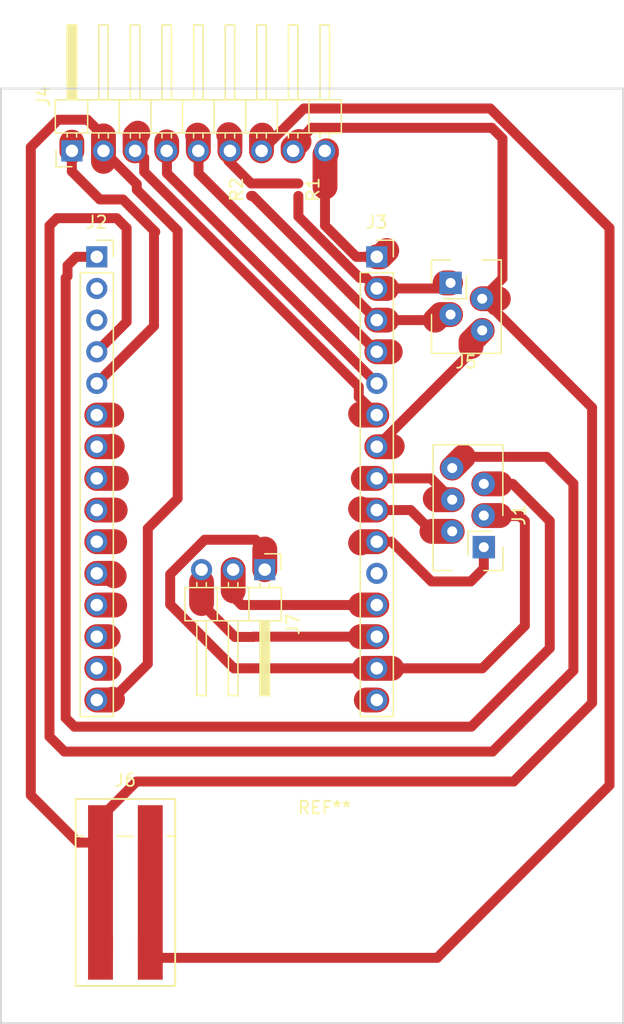
<source format=kicad_pcb>
(kicad_pcb (version 20171130) (host pcbnew 5.0.2-bee76a0~70~ubuntu18.04.1)

  (general
    (thickness 1.6)
    (drawings 4)
    (tracks 189)
    (zones 0)
    (modules 10)
    (nets 25)
  )

  (page A4)
  (layers
    (0 F.Cu signal)
    (31 B.Cu signal)
    (32 B.Adhes user)
    (33 F.Adhes user)
    (34 B.Paste user)
    (35 F.Paste user)
    (36 B.SilkS user)
    (37 F.SilkS user)
    (38 B.Mask user)
    (39 F.Mask user)
    (40 Dwgs.User user)
    (41 Cmts.User user)
    (42 Eco1.User user)
    (43 Eco2.User user)
    (44 Edge.Cuts user)
    (45 Margin user)
    (46 B.CrtYd user)
    (47 F.CrtYd user)
    (48 B.Fab user)
    (49 F.Fab user)
  )

  (setup
    (last_trace_width 2)
    (trace_clearance 0.2)
    (zone_clearance 0.508)
    (zone_45_only no)
    (trace_min 0.2)
    (segment_width 0.2)
    (edge_width 0.15)
    (via_size 0.8)
    (via_drill 0.4)
    (via_min_size 0.4)
    (via_min_drill 0.3)
    (uvia_size 0.3)
    (uvia_drill 0.1)
    (uvias_allowed no)
    (uvia_min_size 0.2)
    (uvia_min_drill 0.1)
    (pcb_text_width 0.3)
    (pcb_text_size 1.5 1.5)
    (mod_edge_width 0.15)
    (mod_text_size 1 1)
    (mod_text_width 0.15)
    (pad_size 1.524 1.524)
    (pad_drill 0.762)
    (pad_to_mask_clearance 0.051)
    (solder_mask_min_width 0.25)
    (aux_axis_origin 0 0)
    (visible_elements FFFFFF7F)
    (pcbplotparams
      (layerselection 0x01000_7fffffff)
      (usegerberextensions false)
      (usegerberattributes false)
      (usegerberadvancedattributes false)
      (creategerberjobfile false)
      (excludeedgelayer true)
      (linewidth 0.100000)
      (plotframeref false)
      (viasonmask false)
      (mode 1)
      (useauxorigin false)
      (hpglpennumber 1)
      (hpglpenspeed 20)
      (hpglpendiameter 15.000000)
      (psnegative false)
      (psa4output false)
      (plotreference true)
      (plotvalue true)
      (plotinvisibletext false)
      (padsonsilk false)
      (subtractmaskfromsilk false)
      (outputformat 1)
      (mirror false)
      (drillshape 0)
      (scaleselection 1)
      (outputdirectory "grb"))
  )

  (net 0 "")
  (net 1 /S3)
  (net 2 /A0)
  (net 3 /D6)
  (net 4 /D7)
  (net 5 /CLK)
  (net 6 GND)
  (net 7 "Net-(J2-Pad3)")
  (net 8 /S2)
  (net 9 "Net-(J2-Pad6)")
  (net 10 "Net-(J2-Pad7)")
  (net 11 "Net-(J2-Pad8)")
  (net 12 "Net-(J2-Pad9)")
  (net 13 +3V3)
  (net 14 /EN)
  (net 15 /RST)
  (net 16 +5V)
  (net 17 /TX)
  (net 18 /RX)
  (net 19 /CS)
  (net 20 /D4)
  (net 21 /D3)
  (net 22 /D2)
  (net 23 /D1)
  (net 24 /D0)

  (net_class Default "This is the default net class."
    (clearance 0.2)
    (trace_width 2)
    (via_dia 0.8)
    (via_drill 0.4)
    (uvia_dia 0.3)
    (uvia_drill 0.1)
    (add_net +3V3)
    (add_net +5V)
    (add_net /A0)
    (add_net /CLK)
    (add_net /CS)
    (add_net /D0)
    (add_net /D1)
    (add_net /D2)
    (add_net /D3)
    (add_net /D4)
    (add_net /D6)
    (add_net /D7)
    (add_net /EN)
    (add_net /RST)
    (add_net /RX)
    (add_net /S2)
    (add_net /S3)
    (add_net /TX)
    (add_net GND)
    (add_net "Net-(J2-Pad3)")
    (add_net "Net-(J2-Pad6)")
    (add_net "Net-(J2-Pad7)")
    (add_net "Net-(J2-Pad8)")
    (add_net "Net-(J2-Pad9)")
  )

  (module custom_lib:TE-Connectivity_Micro-Match_connector_02x03_Pitch_1.27mm (layer F.Cu) (tedit 59BA7DB1) (tstamp 5D736057)
    (at 38.8 36.8 180)
    (descr "TE-Connectivity Micro-Match connector, female, 02x02, board mount, 1.27mm pitch, 215079-6")
    (tags "connector, TE-Connectivity, female")
    (path /5D5DB31C)
    (fp_text reference J1 (at -2.8205 2.5875 270) (layer F.SilkS)
      (effects (font (size 1 1) (thickness 0.15)))
    )
    (fp_text value Conn_01x06_Female (at 0 9.8 180) (layer F.Fab)
      (effects (font (size 1 1) (thickness 0.15)))
    )
    (fp_line (start -1.8 8.725) (end -1.8 -2.475) (layer F.CrtYd) (width 0.05))
    (fp_line (start -1.8 8.725) (end 4.4 8.725) (layer F.CrtYd) (width 0.05))
    (fp_line (start -1.53 2.54) (end -1.53 8.225) (layer F.SilkS) (width 0.12))
    (fp_line (start -1.33 -1.675) (end -1.33 8.025) (layer F.Fab) (width 0.1))
    (fp_line (start -1.33 8.025) (end 3.87 8.025) (layer F.Fab) (width 0.1))
    (fp_line (start 3.87 -1.675) (end 3.87 8.025) (layer F.Fab) (width 0.1))
    (fp_line (start -1.33 -1.675) (end 3.87 -1.675) (layer F.Fab) (width 0.1))
    (fp_line (start -1.53 8.225) (end 4.07 8.225) (layer F.SilkS) (width 0.12))
    (fp_line (start 4.07 -1.875) (end 4.07 8.225) (layer F.SilkS) (width 0.12))
    (fp_line (start 2.54 -1.875) (end 4.07 -1.875) (layer F.SilkS) (width 0.12))
    (fp_line (start 1.27 -0.6) (end 1.27 1.27) (layer F.SilkS) (width 0.12))
    (fp_line (start 1.27 1.27) (end -0.6 1.27) (layer F.SilkS) (width 0.12))
    (fp_line (start -1.53 0) (end -1.53 -1.875) (layer F.SilkS) (width 0.12))
    (fp_line (start -1.53 -1.875) (end 0 -1.875) (layer F.SilkS) (width 0.12))
    (fp_line (start 4.4 8.725) (end 4.4 -2.475) (layer F.CrtYd) (width 0.05))
    (fp_line (start -1.8 -2.475) (end 4.4 -2.475) (layer F.CrtYd) (width 0.05))
    (fp_text user %R (at -2.8205 2.5875 270) (layer F.Fab)
      (effects (font (size 1 1) (thickness 0.15)))
    )
    (pad 6 thru_hole circle (at 2.54 6.35 180) (size 1.8 1.8) (drill 0.8001) (layers *.Cu *.Mask)
      (net 1 /S3))
    (pad 5 thru_hole circle (at 0 5.08 180) (size 1.8 1.8) (drill 0.8001) (layers *.Cu *.Mask)
      (net 2 /A0))
    (pad 1 thru_hole rect (at 0 0 180) (size 1.8 1.8) (drill 0.8001) (layers *.Cu *.Mask)
      (net 4 /D7))
    (pad 2 thru_hole circle (at 2.54 1.27 180) (size 1.8 1.8) (drill 0.8001) (layers *.Cu *.Mask)
      (net 3 /D6))
    (pad 3 thru_hole circle (at 0 2.54 180) (size 1.8 1.8) (drill 0.8001) (layers *.Cu *.Mask)
      (net 6 GND))
    (pad 4 thru_hole circle (at 2.54 3.81 180) (size 1.8 1.8) (drill 0.8001) (layers *.Cu *.Mask)
      (net 5 /CLK))
    (pad "" np_thru_hole circle (at 1.8 -1.4 180) (size 1.5001 1.5001) (drill 1.5001) (layers *.Cu *.Mask))
    (model ../../_3Dmodels/Connectors_TE-Connectivity.3dshapes/c-215079-4-t-3d.wrl
      (at (xyz 0 0 0))
      (scale (xyz 1 1 1))
      (rotate (xyz 0 0 0))
    )
  )

  (module Connector_PinSocket_2.54mm:PinSocket_1x15_P2.54mm_Vertical (layer F.Cu) (tedit 5A19A41D) (tstamp 5D73607A)
    (at 7.7 13.5)
    (descr "Through hole straight socket strip, 1x15, 2.54mm pitch, single row (from Kicad 4.0.7), script generated")
    (tags "Through hole socket strip THT 1x15 2.54mm single row")
    (path /5D5DA75C)
    (fp_text reference J2 (at 0 -2.77) (layer F.SilkS)
      (effects (font (size 1 1) (thickness 0.15)))
    )
    (fp_text value left (at 0 38.33) (layer F.Fab)
      (effects (font (size 1 1) (thickness 0.15)))
    )
    (fp_line (start -1.27 -1.27) (end 0.635 -1.27) (layer F.Fab) (width 0.1))
    (fp_line (start 0.635 -1.27) (end 1.27 -0.635) (layer F.Fab) (width 0.1))
    (fp_line (start 1.27 -0.635) (end 1.27 36.83) (layer F.Fab) (width 0.1))
    (fp_line (start 1.27 36.83) (end -1.27 36.83) (layer F.Fab) (width 0.1))
    (fp_line (start -1.27 36.83) (end -1.27 -1.27) (layer F.Fab) (width 0.1))
    (fp_line (start -1.33 1.27) (end 1.33 1.27) (layer F.SilkS) (width 0.12))
    (fp_line (start -1.33 1.27) (end -1.33 36.89) (layer F.SilkS) (width 0.12))
    (fp_line (start -1.33 36.89) (end 1.33 36.89) (layer F.SilkS) (width 0.12))
    (fp_line (start 1.33 1.27) (end 1.33 36.89) (layer F.SilkS) (width 0.12))
    (fp_line (start 1.33 -1.33) (end 1.33 0) (layer F.SilkS) (width 0.12))
    (fp_line (start 0 -1.33) (end 1.33 -1.33) (layer F.SilkS) (width 0.12))
    (fp_line (start -1.8 -1.8) (end 1.75 -1.8) (layer F.CrtYd) (width 0.05))
    (fp_line (start 1.75 -1.8) (end 1.75 37.3) (layer F.CrtYd) (width 0.05))
    (fp_line (start 1.75 37.3) (end -1.8 37.3) (layer F.CrtYd) (width 0.05))
    (fp_line (start -1.8 37.3) (end -1.8 -1.8) (layer F.CrtYd) (width 0.05))
    (fp_text user %R (at 0 17.78 90) (layer F.Fab)
      (effects (font (size 1 1) (thickness 0.15)))
    )
    (pad 1 thru_hole rect (at 0 0) (size 1.7 1.7) (drill 1) (layers *.Cu *.Mask)
      (net 2 /A0))
    (pad 2 thru_hole oval (at 0 2.54) (size 1.7 1.7) (drill 1) (layers *.Cu *.Mask)
      (net 6 GND))
    (pad 3 thru_hole oval (at 0 5.08) (size 1.7 1.7) (drill 1) (layers *.Cu *.Mask)
      (net 7 "Net-(J2-Pad3)"))
    (pad 4 thru_hole oval (at 0 7.62) (size 1.7 1.7) (drill 1) (layers *.Cu *.Mask)
      (net 1 /S3))
    (pad 5 thru_hole oval (at 0 10.16) (size 1.7 1.7) (drill 1) (layers *.Cu *.Mask)
      (net 8 /S2))
    (pad 6 thru_hole oval (at 0 12.7) (size 1.7 1.7) (drill 1) (layers *.Cu *.Mask)
      (net 9 "Net-(J2-Pad6)"))
    (pad 7 thru_hole oval (at 0 15.24) (size 1.7 1.7) (drill 1) (layers *.Cu *.Mask)
      (net 10 "Net-(J2-Pad7)"))
    (pad 8 thru_hole oval (at 0 17.78) (size 1.7 1.7) (drill 1) (layers *.Cu *.Mask)
      (net 11 "Net-(J2-Pad8)"))
    (pad 9 thru_hole oval (at 0 20.32) (size 1.7 1.7) (drill 1) (layers *.Cu *.Mask)
      (net 12 "Net-(J2-Pad9)"))
    (pad 10 thru_hole oval (at 0 22.86) (size 1.7 1.7) (drill 1) (layers *.Cu *.Mask)
      (net 6 GND))
    (pad 11 thru_hole oval (at 0 25.4) (size 1.7 1.7) (drill 1) (layers *.Cu *.Mask)
      (net 13 +3V3))
    (pad 12 thru_hole oval (at 0 27.94) (size 1.7 1.7) (drill 1) (layers *.Cu *.Mask)
      (net 14 /EN))
    (pad 13 thru_hole oval (at 0 30.48) (size 1.7 1.7) (drill 1) (layers *.Cu *.Mask)
      (net 15 /RST))
    (pad 14 thru_hole oval (at 0 33.02) (size 1.7 1.7) (drill 1) (layers *.Cu *.Mask)
      (net 6 GND))
    (pad 15 thru_hole oval (at 0 35.56) (size 1.7 1.7) (drill 1) (layers *.Cu *.Mask)
      (net 16 +5V))
    (model ${KISYS3DMOD}/Connector_PinSocket_2.54mm.3dshapes/PinSocket_1x15_P2.54mm_Vertical.wrl
      (at (xyz 0 0 0))
      (scale (xyz 1 1 1))
      (rotate (xyz 0 0 0))
    )
  )

  (module Connector_PinSocket_2.54mm:PinSocket_1x15_P2.54mm_Vertical (layer F.Cu) (tedit 5A19A41D) (tstamp 5D73609D)
    (at 30.2 13.5)
    (descr "Through hole straight socket strip, 1x15, 2.54mm pitch, single row (from Kicad 4.0.7), script generated")
    (tags "Through hole socket strip THT 1x15 2.54mm single row")
    (path /5D5DA7B3)
    (fp_text reference J3 (at 0 -2.77) (layer F.SilkS)
      (effects (font (size 1 1) (thickness 0.15)))
    )
    (fp_text value right (at 0 38.33) (layer F.Fab)
      (effects (font (size 1 1) (thickness 0.15)))
    )
    (fp_text user %R (at 0 17.78 90) (layer F.Fab)
      (effects (font (size 1 1) (thickness 0.15)))
    )
    (fp_line (start -1.8 37.3) (end -1.8 -1.8) (layer F.CrtYd) (width 0.05))
    (fp_line (start 1.75 37.3) (end -1.8 37.3) (layer F.CrtYd) (width 0.05))
    (fp_line (start 1.75 -1.8) (end 1.75 37.3) (layer F.CrtYd) (width 0.05))
    (fp_line (start -1.8 -1.8) (end 1.75 -1.8) (layer F.CrtYd) (width 0.05))
    (fp_line (start 0 -1.33) (end 1.33 -1.33) (layer F.SilkS) (width 0.12))
    (fp_line (start 1.33 -1.33) (end 1.33 0) (layer F.SilkS) (width 0.12))
    (fp_line (start 1.33 1.27) (end 1.33 36.89) (layer F.SilkS) (width 0.12))
    (fp_line (start -1.33 36.89) (end 1.33 36.89) (layer F.SilkS) (width 0.12))
    (fp_line (start -1.33 1.27) (end -1.33 36.89) (layer F.SilkS) (width 0.12))
    (fp_line (start -1.33 1.27) (end 1.33 1.27) (layer F.SilkS) (width 0.12))
    (fp_line (start -1.27 36.83) (end -1.27 -1.27) (layer F.Fab) (width 0.1))
    (fp_line (start 1.27 36.83) (end -1.27 36.83) (layer F.Fab) (width 0.1))
    (fp_line (start 1.27 -0.635) (end 1.27 36.83) (layer F.Fab) (width 0.1))
    (fp_line (start 0.635 -1.27) (end 1.27 -0.635) (layer F.Fab) (width 0.1))
    (fp_line (start -1.27 -1.27) (end 0.635 -1.27) (layer F.Fab) (width 0.1))
    (pad 15 thru_hole oval (at 0 35.56) (size 1.7 1.7) (drill 1) (layers *.Cu *.Mask)
      (net 13 +3V3))
    (pad 14 thru_hole oval (at 0 33.02) (size 1.7 1.7) (drill 1) (layers *.Cu *.Mask)
      (net 6 GND))
    (pad 13 thru_hole oval (at 0 30.48) (size 1.7 1.7) (drill 1) (layers *.Cu *.Mask)
      (net 17 /TX))
    (pad 12 thru_hole oval (at 0 27.94) (size 1.7 1.7) (drill 1) (layers *.Cu *.Mask)
      (net 18 /RX))
    (pad 11 thru_hole oval (at 0 25.4) (size 1.7 1.7) (drill 1) (layers *.Cu *.Mask)
      (net 19 /CS))
    (pad 10 thru_hole oval (at 0 22.86) (size 1.7 1.7) (drill 1) (layers *.Cu *.Mask)
      (net 4 /D7))
    (pad 9 thru_hole oval (at 0 20.32) (size 1.7 1.7) (drill 1) (layers *.Cu *.Mask)
      (net 3 /D6))
    (pad 8 thru_hole oval (at 0 17.78) (size 1.7 1.7) (drill 1) (layers *.Cu *.Mask)
      (net 5 /CLK))
    (pad 7 thru_hole oval (at 0 15.24) (size 1.7 1.7) (drill 1) (layers *.Cu *.Mask)
      (net 6 GND))
    (pad 6 thru_hole oval (at 0 12.7) (size 1.7 1.7) (drill 1) (layers *.Cu *.Mask)
      (net 13 +3V3))
    (pad 5 thru_hole oval (at 0 10.16) (size 1.7 1.7) (drill 1) (layers *.Cu *.Mask)
      (net 20 /D4))
    (pad 4 thru_hole oval (at 0 7.62) (size 1.7 1.7) (drill 1) (layers *.Cu *.Mask)
      (net 21 /D3))
    (pad 3 thru_hole oval (at 0 5.08) (size 1.7 1.7) (drill 1) (layers *.Cu *.Mask)
      (net 22 /D2))
    (pad 2 thru_hole oval (at 0 2.54) (size 1.7 1.7) (drill 1) (layers *.Cu *.Mask)
      (net 23 /D1))
    (pad 1 thru_hole rect (at 0 0) (size 1.7 1.7) (drill 1) (layers *.Cu *.Mask)
      (net 24 /D0))
    (model ${KISYS3DMOD}/Connector_PinSocket_2.54mm.3dshapes/PinSocket_1x15_P2.54mm_Vertical.wrl
      (at (xyz 0 0 0))
      (scale (xyz 1 1 1))
      (rotate (xyz 0 0 0))
    )
  )

  (module custom_lib:TE-Connectivity_Micro-Match_connector_02x02_Pitch_1.27mm (layer F.Cu) (tedit 5ACA2596) (tstamp 5D7360E1)
    (at 37.4 17.5)
    (descr "TE-Connectivity Micro-Match connector, female, 02x02, board mount, 1.27mm pitch, 215079-4")
    (tags "connector, TE-Connectivity, female")
    (path /5D5DB68B)
    (fp_text reference J5 (at -0.02 4.445 180) (layer F.SilkS)
      (effects (font (size 1 1) (thickness 0.15)))
    )
    (fp_text value Conn_01x04_Female (at 0 5.9) (layer F.Fab)
      (effects (font (size 1 1) (thickness 0.15)))
    )
    (fp_line (start -3.07 4.25) (end -3.07 -4.35) (layer F.CrtYd) (width 0.05))
    (fp_line (start -3.07 4.25) (end 3.13 4.25) (layer F.CrtYd) (width 0.05))
    (fp_line (start -2.8 0.635) (end -2.8 3.75) (layer F.SilkS) (width 0.12))
    (fp_line (start -2.6 -3.55) (end -2.6 3.55) (layer F.Fab) (width 0.1))
    (fp_line (start -2.6 3.55) (end 2.6 3.55) (layer F.Fab) (width 0.1))
    (fp_line (start 2.6 -3.55) (end 2.6 3.55) (layer F.Fab) (width 0.1))
    (fp_line (start -2.6 -3.55) (end 2.6 -3.55) (layer F.Fab) (width 0.1))
    (fp_line (start -2.8 3.75) (end 2.8 3.75) (layer F.SilkS) (width 0.12))
    (fp_line (start 2.8 -3.75) (end 2.8 3.75) (layer F.SilkS) (width 0.12))
    (fp_line (start 1.27 -3.75) (end 2.8 -3.75) (layer F.SilkS) (width 0.12))
    (fp_line (start 0 -2.505) (end 0 -0.635) (layer F.SilkS) (width 0.12))
    (fp_line (start 0 -0.635) (end -1.87 -0.635) (layer F.SilkS) (width 0.12))
    (fp_line (start -2.8 -1.905) (end -2.8 -3.75) (layer F.SilkS) (width 0.12))
    (fp_line (start -2.8 -3.75) (end -1.27 -3.75) (layer F.SilkS) (width 0.12))
    (fp_line (start 3.13 4.25) (end 3.13 -4.35) (layer F.CrtYd) (width 0.05))
    (fp_line (start -3.07 -4.35) (end 3.13 -4.35) (layer F.CrtYd) (width 0.05))
    (fp_text user %R (at -4.0905 -0.3175 90) (layer F.Fab)
      (effects (font (size 1 1) (thickness 0.15)))
    )
    (pad 1 thru_hole rect (at -1.27 -1.905) (size 1.8 1.8) (drill 0.8001) (layers *.Cu *.Mask)
      (net 23 /D1))
    (pad 2 thru_hole circle (at 1.27 -0.635) (size 1.8 1.8) (drill 0.8001) (layers *.Cu *.Mask)
      (net 16 +5V))
    (pad 3 thru_hole circle (at -1.27 0.635) (size 1.8 1.8) (drill 0.8001) (layers *.Cu *.Mask)
      (net 22 /D2))
    (pad 4 thru_hole circle (at 1.27 1.905) (size 1.8 1.8) (drill 0.8001) (layers *.Cu *.Mask)
      (net 6 GND))
    (pad "" np_thru_hole circle (at 0.53 -3.305) (size 1.5001 1.5001) (drill 1.5001) (layers *.Cu *.Mask))
    (model ../../_3Dmodels/Connectors_TE-Connectivity.3dshapes/c-215079-4-t-3d.wrl
      (at (xyz 0 0 0))
      (scale (xyz 1 1 1))
      (rotate (xyz 0 0 0))
    )
  )

  (module Resistor_SMD:R_0402_1005Metric (layer F.Cu) (tedit 5B301BBD) (tstamp 5D7360F0)
    (at 23.9 8.1 270)
    (descr "Resistor SMD 0402 (1005 Metric), square (rectangular) end terminal, IPC_7351 nominal, (Body size source: http://www.tortai-tech.com/upload/download/2011102023233369053.pdf), generated with kicad-footprint-generator")
    (tags resistor)
    (path /5D5DC528)
    (attr smd)
    (fp_text reference R1 (at 0 -1.17 270) (layer F.SilkS)
      (effects (font (size 1 1) (thickness 0.15)))
    )
    (fp_text value 10k (at 0 1.17 270) (layer F.Fab)
      (effects (font (size 1 1) (thickness 0.15)))
    )
    (fp_text user %R (at 0 0 270) (layer F.Fab)
      (effects (font (size 0.25 0.25) (thickness 0.04)))
    )
    (fp_line (start 0.93 0.47) (end -0.93 0.47) (layer F.CrtYd) (width 0.05))
    (fp_line (start 0.93 -0.47) (end 0.93 0.47) (layer F.CrtYd) (width 0.05))
    (fp_line (start -0.93 -0.47) (end 0.93 -0.47) (layer F.CrtYd) (width 0.05))
    (fp_line (start -0.93 0.47) (end -0.93 -0.47) (layer F.CrtYd) (width 0.05))
    (fp_line (start 0.5 0.25) (end -0.5 0.25) (layer F.Fab) (width 0.1))
    (fp_line (start 0.5 -0.25) (end 0.5 0.25) (layer F.Fab) (width 0.1))
    (fp_line (start -0.5 -0.25) (end 0.5 -0.25) (layer F.Fab) (width 0.1))
    (fp_line (start -0.5 0.25) (end -0.5 -0.25) (layer F.Fab) (width 0.1))
    (pad 2 smd roundrect (at 0.485 0 270) (size 0.59 0.64) (layers F.Cu F.Paste F.Mask) (roundrect_rratio 0.25)
      (net 23 /D1))
    (pad 1 smd roundrect (at -0.485 0 270) (size 0.59 0.64) (layers F.Cu F.Paste F.Mask) (roundrect_rratio 0.25)
      (net 13 +3V3))
    (model ${KISYS3DMOD}/Resistor_SMD.3dshapes/R_0402_1005Metric.wrl
      (at (xyz 0 0 0))
      (scale (xyz 1 1 1))
      (rotate (xyz 0 0 0))
    )
  )

  (module Resistor_SMD:R_0402_1005Metric (layer F.Cu) (tedit 5B301BBD) (tstamp 5D7360FF)
    (at 20.1 8.1 90)
    (descr "Resistor SMD 0402 (1005 Metric), square (rectangular) end terminal, IPC_7351 nominal, (Body size source: http://www.tortai-tech.com/upload/download/2011102023233369053.pdf), generated with kicad-footprint-generator")
    (tags resistor)
    (path /5D5DC5C8)
    (attr smd)
    (fp_text reference R2 (at 0 -1.17 90) (layer F.SilkS)
      (effects (font (size 1 1) (thickness 0.15)))
    )
    (fp_text value 10k (at 0 1.17 90) (layer F.Fab)
      (effects (font (size 1 1) (thickness 0.15)))
    )
    (fp_text user %R (at 0 0 270) (layer F.Fab)
      (effects (font (size 0.25 0.25) (thickness 0.04)))
    )
    (fp_line (start 0.93 0.47) (end -0.93 0.47) (layer F.CrtYd) (width 0.05))
    (fp_line (start 0.93 -0.47) (end 0.93 0.47) (layer F.CrtYd) (width 0.05))
    (fp_line (start -0.93 -0.47) (end 0.93 -0.47) (layer F.CrtYd) (width 0.05))
    (fp_line (start -0.93 0.47) (end -0.93 -0.47) (layer F.CrtYd) (width 0.05))
    (fp_line (start 0.5 0.25) (end -0.5 0.25) (layer F.Fab) (width 0.1))
    (fp_line (start 0.5 -0.25) (end 0.5 0.25) (layer F.Fab) (width 0.1))
    (fp_line (start -0.5 -0.25) (end 0.5 -0.25) (layer F.Fab) (width 0.1))
    (fp_line (start -0.5 0.25) (end -0.5 -0.25) (layer F.Fab) (width 0.1))
    (pad 2 smd roundrect (at 0.485 0 90) (size 0.59 0.64) (layers F.Cu F.Paste F.Mask) (roundrect_rratio 0.25)
      (net 13 +3V3))
    (pad 1 smd roundrect (at -0.485 0 90) (size 0.59 0.64) (layers F.Cu F.Paste F.Mask) (roundrect_rratio 0.25)
      (net 22 /D2))
    (model ${KISYS3DMOD}/Resistor_SMD.3dshapes/R_0402_1005Metric.wrl
      (at (xyz 0 0 0))
      (scale (xyz 1 1 1))
      (rotate (xyz 0 0 0))
    )
  )

  (module custom_lib:Wago_2060_2_SMD (layer F.Cu) (tedit 59C735DE) (tstamp 5D73677F)
    (at 10 64.5)
    (path /5D5DBA85)
    (fp_text reference J6 (at 0 -9) (layer F.SilkS)
      (effects (font (size 1 1) (thickness 0.15)))
    )
    (fp_text value POWER (at 0 8.9) (layer F.Fab)
      (effects (font (size 1 1) (thickness 0.15)))
    )
    (fp_line (start 4 -4.5) (end 3.4 -4.5) (layer F.SilkS) (width 0.15))
    (fp_line (start -0.6 -4.5) (end 0.6 -4.5) (layer F.SilkS) (width 0.15))
    (fp_line (start -4 -4.5) (end -3.4 -4.5) (layer F.SilkS) (width 0.15))
    (fp_line (start -4 -7.5) (end 4 -7.5) (layer F.CrtYd) (width 0.15))
    (fp_line (start 4 -7.5) (end 4 7.5) (layer F.CrtYd) (width 0.15))
    (fp_line (start 4 7.5) (end -4 7.5) (layer F.CrtYd) (width 0.15))
    (fp_line (start -4 7.5) (end -4 -7.5) (layer F.CrtYd) (width 0.15))
    (fp_line (start 4 -7.5) (end -4 -7.5) (layer F.SilkS) (width 0.15))
    (fp_line (start -4 -7.5) (end -4 7.5) (layer F.SilkS) (width 0.15))
    (fp_line (start -4 7.5) (end 4 7.5) (layer F.SilkS) (width 0.15))
    (fp_line (start 4 7.5) (end 4 -7.5) (layer F.SilkS) (width 0.15))
    (pad 2 smd rect (at 2 5.25) (size 2 3.5) (layers F.Cu F.Paste F.Mask)
      (net 6 GND))
    (pad 2 smd rect (at 2 -4) (size 2 6) (layers F.Cu F.Paste F.Mask)
      (net 6 GND))
    (pad 1 smd rect (at -2 -4) (size 2 6) (layers F.Cu F.Paste F.Mask)
      (net 16 +5V))
    (pad 1 smd rect (at -2 5.25) (size 2 3.5) (layers F.Cu F.Paste F.Mask)
      (net 16 +5V))
  )

  (module Connector_PinHeader_2.54mm:PinHeader_1x03_P2.54mm_Horizontal (layer F.Cu) (tedit 59FED5CB) (tstamp 5D737818)
    (at 21.2 38.6 270)
    (descr "Through hole angled pin header, 1x03, 2.54mm pitch, 6mm pin length, single row")
    (tags "Through hole angled pin header THT 1x03 2.54mm single row")
    (path /5D5DDEA4)
    (fp_text reference J7 (at 4.385 -2.27 270) (layer F.SilkS)
      (effects (font (size 1 1) (thickness 0.15)))
    )
    (fp_text value UART (at 4.385 7.35 270) (layer F.Fab)
      (effects (font (size 1 1) (thickness 0.15)))
    )
    (fp_line (start 2.135 -1.27) (end 4.04 -1.27) (layer F.Fab) (width 0.1))
    (fp_line (start 4.04 -1.27) (end 4.04 6.35) (layer F.Fab) (width 0.1))
    (fp_line (start 4.04 6.35) (end 1.5 6.35) (layer F.Fab) (width 0.1))
    (fp_line (start 1.5 6.35) (end 1.5 -0.635) (layer F.Fab) (width 0.1))
    (fp_line (start 1.5 -0.635) (end 2.135 -1.27) (layer F.Fab) (width 0.1))
    (fp_line (start -0.32 -0.32) (end 1.5 -0.32) (layer F.Fab) (width 0.1))
    (fp_line (start -0.32 -0.32) (end -0.32 0.32) (layer F.Fab) (width 0.1))
    (fp_line (start -0.32 0.32) (end 1.5 0.32) (layer F.Fab) (width 0.1))
    (fp_line (start 4.04 -0.32) (end 10.04 -0.32) (layer F.Fab) (width 0.1))
    (fp_line (start 10.04 -0.32) (end 10.04 0.32) (layer F.Fab) (width 0.1))
    (fp_line (start 4.04 0.32) (end 10.04 0.32) (layer F.Fab) (width 0.1))
    (fp_line (start -0.32 2.22) (end 1.5 2.22) (layer F.Fab) (width 0.1))
    (fp_line (start -0.32 2.22) (end -0.32 2.86) (layer F.Fab) (width 0.1))
    (fp_line (start -0.32 2.86) (end 1.5 2.86) (layer F.Fab) (width 0.1))
    (fp_line (start 4.04 2.22) (end 10.04 2.22) (layer F.Fab) (width 0.1))
    (fp_line (start 10.04 2.22) (end 10.04 2.86) (layer F.Fab) (width 0.1))
    (fp_line (start 4.04 2.86) (end 10.04 2.86) (layer F.Fab) (width 0.1))
    (fp_line (start -0.32 4.76) (end 1.5 4.76) (layer F.Fab) (width 0.1))
    (fp_line (start -0.32 4.76) (end -0.32 5.4) (layer F.Fab) (width 0.1))
    (fp_line (start -0.32 5.4) (end 1.5 5.4) (layer F.Fab) (width 0.1))
    (fp_line (start 4.04 4.76) (end 10.04 4.76) (layer F.Fab) (width 0.1))
    (fp_line (start 10.04 4.76) (end 10.04 5.4) (layer F.Fab) (width 0.1))
    (fp_line (start 4.04 5.4) (end 10.04 5.4) (layer F.Fab) (width 0.1))
    (fp_line (start 1.44 -1.33) (end 1.44 6.41) (layer F.SilkS) (width 0.12))
    (fp_line (start 1.44 6.41) (end 4.1 6.41) (layer F.SilkS) (width 0.12))
    (fp_line (start 4.1 6.41) (end 4.1 -1.33) (layer F.SilkS) (width 0.12))
    (fp_line (start 4.1 -1.33) (end 1.44 -1.33) (layer F.SilkS) (width 0.12))
    (fp_line (start 4.1 -0.38) (end 10.1 -0.38) (layer F.SilkS) (width 0.12))
    (fp_line (start 10.1 -0.38) (end 10.1 0.38) (layer F.SilkS) (width 0.12))
    (fp_line (start 10.1 0.38) (end 4.1 0.38) (layer F.SilkS) (width 0.12))
    (fp_line (start 4.1 -0.32) (end 10.1 -0.32) (layer F.SilkS) (width 0.12))
    (fp_line (start 4.1 -0.2) (end 10.1 -0.2) (layer F.SilkS) (width 0.12))
    (fp_line (start 4.1 -0.08) (end 10.1 -0.08) (layer F.SilkS) (width 0.12))
    (fp_line (start 4.1 0.04) (end 10.1 0.04) (layer F.SilkS) (width 0.12))
    (fp_line (start 4.1 0.16) (end 10.1 0.16) (layer F.SilkS) (width 0.12))
    (fp_line (start 4.1 0.28) (end 10.1 0.28) (layer F.SilkS) (width 0.12))
    (fp_line (start 1.11 -0.38) (end 1.44 -0.38) (layer F.SilkS) (width 0.12))
    (fp_line (start 1.11 0.38) (end 1.44 0.38) (layer F.SilkS) (width 0.12))
    (fp_line (start 1.44 1.27) (end 4.1 1.27) (layer F.SilkS) (width 0.12))
    (fp_line (start 4.1 2.16) (end 10.1 2.16) (layer F.SilkS) (width 0.12))
    (fp_line (start 10.1 2.16) (end 10.1 2.92) (layer F.SilkS) (width 0.12))
    (fp_line (start 10.1 2.92) (end 4.1 2.92) (layer F.SilkS) (width 0.12))
    (fp_line (start 1.042929 2.16) (end 1.44 2.16) (layer F.SilkS) (width 0.12))
    (fp_line (start 1.042929 2.92) (end 1.44 2.92) (layer F.SilkS) (width 0.12))
    (fp_line (start 1.44 3.81) (end 4.1 3.81) (layer F.SilkS) (width 0.12))
    (fp_line (start 4.1 4.7) (end 10.1 4.7) (layer F.SilkS) (width 0.12))
    (fp_line (start 10.1 4.7) (end 10.1 5.46) (layer F.SilkS) (width 0.12))
    (fp_line (start 10.1 5.46) (end 4.1 5.46) (layer F.SilkS) (width 0.12))
    (fp_line (start 1.042929 4.7) (end 1.44 4.7) (layer F.SilkS) (width 0.12))
    (fp_line (start 1.042929 5.46) (end 1.44 5.46) (layer F.SilkS) (width 0.12))
    (fp_line (start -1.27 0) (end -1.27 -1.27) (layer F.SilkS) (width 0.12))
    (fp_line (start -1.27 -1.27) (end 0 -1.27) (layer F.SilkS) (width 0.12))
    (fp_line (start -1.8 -1.8) (end -1.8 6.85) (layer F.CrtYd) (width 0.05))
    (fp_line (start -1.8 6.85) (end 10.55 6.85) (layer F.CrtYd) (width 0.05))
    (fp_line (start 10.55 6.85) (end 10.55 -1.8) (layer F.CrtYd) (width 0.05))
    (fp_line (start 10.55 -1.8) (end -1.8 -1.8) (layer F.CrtYd) (width 0.05))
    (fp_text user %R (at 2.77 2.54) (layer F.Fab)
      (effects (font (size 1 1) (thickness 0.15)))
    )
    (pad 1 thru_hole rect (at 0 0 270) (size 1.7 1.7) (drill 1) (layers *.Cu *.Mask)
      (net 6 GND))
    (pad 2 thru_hole oval (at 0 2.54 270) (size 1.7 1.7) (drill 1) (layers *.Cu *.Mask)
      (net 18 /RX))
    (pad 3 thru_hole oval (at 0 5.08 270) (size 1.7 1.7) (drill 1) (layers *.Cu *.Mask)
      (net 17 /TX))
    (model ${KISYS3DMOD}/Connector_PinHeader_2.54mm.3dshapes/PinHeader_1x03_P2.54mm_Horizontal.wrl
      (at (xyz 0 0 0))
      (scale (xyz 1 1 1))
      (rotate (xyz 0 0 0))
    )
  )

  (module MountingHole:MountingHole_5.3mm_M5 (layer F.Cu) (tedit 56D1B4CB) (tstamp 5D7D49EA)
    (at 26 64)
    (descr "Mounting Hole 5.3mm, no annular, M5")
    (tags "mounting hole 5.3mm no annular m5")
    (attr virtual)
    (fp_text reference REF** (at 0 -6.3) (layer F.SilkS)
      (effects (font (size 1 1) (thickness 0.15)))
    )
    (fp_text value MountingHole_5.3mm_M5 (at 0 6.3) (layer F.Fab)
      (effects (font (size 1 1) (thickness 0.15)))
    )
    (fp_circle (center 0 0) (end 5.55 0) (layer F.CrtYd) (width 0.05))
    (fp_circle (center 0 0) (end 5.3 0) (layer Cmts.User) (width 0.15))
    (fp_text user %R (at 0.3 0) (layer F.Fab)
      (effects (font (size 1 1) (thickness 0.15)))
    )
    (pad 1 np_thru_hole circle (at 0 0) (size 5.3 5.3) (drill 5.3) (layers *.Cu *.Mask))
  )

  (module Connector_PinHeader_2.54mm:PinHeader_1x09_P2.54mm_Horizontal (layer F.Cu) (tedit 59FED5CB) (tstamp 5D7D4C9F)
    (at 5.7 5 90)
    (descr "Through hole angled pin header, 1x09, 2.54mm pitch, 6mm pin length, single row")
    (tags "Through hole angled pin header THT 1x09 2.54mm single row")
    (path /5D5DE4EA)
    (fp_text reference J4 (at 4.385 -2.27 90) (layer F.SilkS)
      (effects (font (size 1 1) (thickness 0.15)))
    )
    (fp_text value Conn_01x09_Female (at 4.385 22.59 90) (layer F.Fab)
      (effects (font (size 1 1) (thickness 0.15)))
    )
    (fp_line (start 2.135 -1.27) (end 4.04 -1.27) (layer F.Fab) (width 0.1))
    (fp_line (start 4.04 -1.27) (end 4.04 21.59) (layer F.Fab) (width 0.1))
    (fp_line (start 4.04 21.59) (end 1.5 21.59) (layer F.Fab) (width 0.1))
    (fp_line (start 1.5 21.59) (end 1.5 -0.635) (layer F.Fab) (width 0.1))
    (fp_line (start 1.5 -0.635) (end 2.135 -1.27) (layer F.Fab) (width 0.1))
    (fp_line (start -0.32 -0.32) (end 1.5 -0.32) (layer F.Fab) (width 0.1))
    (fp_line (start -0.32 -0.32) (end -0.32 0.32) (layer F.Fab) (width 0.1))
    (fp_line (start -0.32 0.32) (end 1.5 0.32) (layer F.Fab) (width 0.1))
    (fp_line (start 4.04 -0.32) (end 10.04 -0.32) (layer F.Fab) (width 0.1))
    (fp_line (start 10.04 -0.32) (end 10.04 0.32) (layer F.Fab) (width 0.1))
    (fp_line (start 4.04 0.32) (end 10.04 0.32) (layer F.Fab) (width 0.1))
    (fp_line (start -0.32 2.22) (end 1.5 2.22) (layer F.Fab) (width 0.1))
    (fp_line (start -0.32 2.22) (end -0.32 2.86) (layer F.Fab) (width 0.1))
    (fp_line (start -0.32 2.86) (end 1.5 2.86) (layer F.Fab) (width 0.1))
    (fp_line (start 4.04 2.22) (end 10.04 2.22) (layer F.Fab) (width 0.1))
    (fp_line (start 10.04 2.22) (end 10.04 2.86) (layer F.Fab) (width 0.1))
    (fp_line (start 4.04 2.86) (end 10.04 2.86) (layer F.Fab) (width 0.1))
    (fp_line (start -0.32 4.76) (end 1.5 4.76) (layer F.Fab) (width 0.1))
    (fp_line (start -0.32 4.76) (end -0.32 5.4) (layer F.Fab) (width 0.1))
    (fp_line (start -0.32 5.4) (end 1.5 5.4) (layer F.Fab) (width 0.1))
    (fp_line (start 4.04 4.76) (end 10.04 4.76) (layer F.Fab) (width 0.1))
    (fp_line (start 10.04 4.76) (end 10.04 5.4) (layer F.Fab) (width 0.1))
    (fp_line (start 4.04 5.4) (end 10.04 5.4) (layer F.Fab) (width 0.1))
    (fp_line (start -0.32 7.3) (end 1.5 7.3) (layer F.Fab) (width 0.1))
    (fp_line (start -0.32 7.3) (end -0.32 7.94) (layer F.Fab) (width 0.1))
    (fp_line (start -0.32 7.94) (end 1.5 7.94) (layer F.Fab) (width 0.1))
    (fp_line (start 4.04 7.3) (end 10.04 7.3) (layer F.Fab) (width 0.1))
    (fp_line (start 10.04 7.3) (end 10.04 7.94) (layer F.Fab) (width 0.1))
    (fp_line (start 4.04 7.94) (end 10.04 7.94) (layer F.Fab) (width 0.1))
    (fp_line (start -0.32 9.84) (end 1.5 9.84) (layer F.Fab) (width 0.1))
    (fp_line (start -0.32 9.84) (end -0.32 10.48) (layer F.Fab) (width 0.1))
    (fp_line (start -0.32 10.48) (end 1.5 10.48) (layer F.Fab) (width 0.1))
    (fp_line (start 4.04 9.84) (end 10.04 9.84) (layer F.Fab) (width 0.1))
    (fp_line (start 10.04 9.84) (end 10.04 10.48) (layer F.Fab) (width 0.1))
    (fp_line (start 4.04 10.48) (end 10.04 10.48) (layer F.Fab) (width 0.1))
    (fp_line (start -0.32 12.38) (end 1.5 12.38) (layer F.Fab) (width 0.1))
    (fp_line (start -0.32 12.38) (end -0.32 13.02) (layer F.Fab) (width 0.1))
    (fp_line (start -0.32 13.02) (end 1.5 13.02) (layer F.Fab) (width 0.1))
    (fp_line (start 4.04 12.38) (end 10.04 12.38) (layer F.Fab) (width 0.1))
    (fp_line (start 10.04 12.38) (end 10.04 13.02) (layer F.Fab) (width 0.1))
    (fp_line (start 4.04 13.02) (end 10.04 13.02) (layer F.Fab) (width 0.1))
    (fp_line (start -0.32 14.92) (end 1.5 14.92) (layer F.Fab) (width 0.1))
    (fp_line (start -0.32 14.92) (end -0.32 15.56) (layer F.Fab) (width 0.1))
    (fp_line (start -0.32 15.56) (end 1.5 15.56) (layer F.Fab) (width 0.1))
    (fp_line (start 4.04 14.92) (end 10.04 14.92) (layer F.Fab) (width 0.1))
    (fp_line (start 10.04 14.92) (end 10.04 15.56) (layer F.Fab) (width 0.1))
    (fp_line (start 4.04 15.56) (end 10.04 15.56) (layer F.Fab) (width 0.1))
    (fp_line (start -0.32 17.46) (end 1.5 17.46) (layer F.Fab) (width 0.1))
    (fp_line (start -0.32 17.46) (end -0.32 18.1) (layer F.Fab) (width 0.1))
    (fp_line (start -0.32 18.1) (end 1.5 18.1) (layer F.Fab) (width 0.1))
    (fp_line (start 4.04 17.46) (end 10.04 17.46) (layer F.Fab) (width 0.1))
    (fp_line (start 10.04 17.46) (end 10.04 18.1) (layer F.Fab) (width 0.1))
    (fp_line (start 4.04 18.1) (end 10.04 18.1) (layer F.Fab) (width 0.1))
    (fp_line (start -0.32 20) (end 1.5 20) (layer F.Fab) (width 0.1))
    (fp_line (start -0.32 20) (end -0.32 20.64) (layer F.Fab) (width 0.1))
    (fp_line (start -0.32 20.64) (end 1.5 20.64) (layer F.Fab) (width 0.1))
    (fp_line (start 4.04 20) (end 10.04 20) (layer F.Fab) (width 0.1))
    (fp_line (start 10.04 20) (end 10.04 20.64) (layer F.Fab) (width 0.1))
    (fp_line (start 4.04 20.64) (end 10.04 20.64) (layer F.Fab) (width 0.1))
    (fp_line (start 1.44 -1.33) (end 1.44 21.65) (layer F.SilkS) (width 0.12))
    (fp_line (start 1.44 21.65) (end 4.1 21.65) (layer F.SilkS) (width 0.12))
    (fp_line (start 4.1 21.65) (end 4.1 -1.33) (layer F.SilkS) (width 0.12))
    (fp_line (start 4.1 -1.33) (end 1.44 -1.33) (layer F.SilkS) (width 0.12))
    (fp_line (start 4.1 -0.38) (end 10.1 -0.38) (layer F.SilkS) (width 0.12))
    (fp_line (start 10.1 -0.38) (end 10.1 0.38) (layer F.SilkS) (width 0.12))
    (fp_line (start 10.1 0.38) (end 4.1 0.38) (layer F.SilkS) (width 0.12))
    (fp_line (start 4.1 -0.32) (end 10.1 -0.32) (layer F.SilkS) (width 0.12))
    (fp_line (start 4.1 -0.2) (end 10.1 -0.2) (layer F.SilkS) (width 0.12))
    (fp_line (start 4.1 -0.08) (end 10.1 -0.08) (layer F.SilkS) (width 0.12))
    (fp_line (start 4.1 0.04) (end 10.1 0.04) (layer F.SilkS) (width 0.12))
    (fp_line (start 4.1 0.16) (end 10.1 0.16) (layer F.SilkS) (width 0.12))
    (fp_line (start 4.1 0.28) (end 10.1 0.28) (layer F.SilkS) (width 0.12))
    (fp_line (start 1.11 -0.38) (end 1.44 -0.38) (layer F.SilkS) (width 0.12))
    (fp_line (start 1.11 0.38) (end 1.44 0.38) (layer F.SilkS) (width 0.12))
    (fp_line (start 1.44 1.27) (end 4.1 1.27) (layer F.SilkS) (width 0.12))
    (fp_line (start 4.1 2.16) (end 10.1 2.16) (layer F.SilkS) (width 0.12))
    (fp_line (start 10.1 2.16) (end 10.1 2.92) (layer F.SilkS) (width 0.12))
    (fp_line (start 10.1 2.92) (end 4.1 2.92) (layer F.SilkS) (width 0.12))
    (fp_line (start 1.042929 2.16) (end 1.44 2.16) (layer F.SilkS) (width 0.12))
    (fp_line (start 1.042929 2.92) (end 1.44 2.92) (layer F.SilkS) (width 0.12))
    (fp_line (start 1.44 3.81) (end 4.1 3.81) (layer F.SilkS) (width 0.12))
    (fp_line (start 4.1 4.7) (end 10.1 4.7) (layer F.SilkS) (width 0.12))
    (fp_line (start 10.1 4.7) (end 10.1 5.46) (layer F.SilkS) (width 0.12))
    (fp_line (start 10.1 5.46) (end 4.1 5.46) (layer F.SilkS) (width 0.12))
    (fp_line (start 1.042929 4.7) (end 1.44 4.7) (layer F.SilkS) (width 0.12))
    (fp_line (start 1.042929 5.46) (end 1.44 5.46) (layer F.SilkS) (width 0.12))
    (fp_line (start 1.44 6.35) (end 4.1 6.35) (layer F.SilkS) (width 0.12))
    (fp_line (start 4.1 7.24) (end 10.1 7.24) (layer F.SilkS) (width 0.12))
    (fp_line (start 10.1 7.24) (end 10.1 8) (layer F.SilkS) (width 0.12))
    (fp_line (start 10.1 8) (end 4.1 8) (layer F.SilkS) (width 0.12))
    (fp_line (start 1.042929 7.24) (end 1.44 7.24) (layer F.SilkS) (width 0.12))
    (fp_line (start 1.042929 8) (end 1.44 8) (layer F.SilkS) (width 0.12))
    (fp_line (start 1.44 8.89) (end 4.1 8.89) (layer F.SilkS) (width 0.12))
    (fp_line (start 4.1 9.78) (end 10.1 9.78) (layer F.SilkS) (width 0.12))
    (fp_line (start 10.1 9.78) (end 10.1 10.54) (layer F.SilkS) (width 0.12))
    (fp_line (start 10.1 10.54) (end 4.1 10.54) (layer F.SilkS) (width 0.12))
    (fp_line (start 1.042929 9.78) (end 1.44 9.78) (layer F.SilkS) (width 0.12))
    (fp_line (start 1.042929 10.54) (end 1.44 10.54) (layer F.SilkS) (width 0.12))
    (fp_line (start 1.44 11.43) (end 4.1 11.43) (layer F.SilkS) (width 0.12))
    (fp_line (start 4.1 12.32) (end 10.1 12.32) (layer F.SilkS) (width 0.12))
    (fp_line (start 10.1 12.32) (end 10.1 13.08) (layer F.SilkS) (width 0.12))
    (fp_line (start 10.1 13.08) (end 4.1 13.08) (layer F.SilkS) (width 0.12))
    (fp_line (start 1.042929 12.32) (end 1.44 12.32) (layer F.SilkS) (width 0.12))
    (fp_line (start 1.042929 13.08) (end 1.44 13.08) (layer F.SilkS) (width 0.12))
    (fp_line (start 1.44 13.97) (end 4.1 13.97) (layer F.SilkS) (width 0.12))
    (fp_line (start 4.1 14.86) (end 10.1 14.86) (layer F.SilkS) (width 0.12))
    (fp_line (start 10.1 14.86) (end 10.1 15.62) (layer F.SilkS) (width 0.12))
    (fp_line (start 10.1 15.62) (end 4.1 15.62) (layer F.SilkS) (width 0.12))
    (fp_line (start 1.042929 14.86) (end 1.44 14.86) (layer F.SilkS) (width 0.12))
    (fp_line (start 1.042929 15.62) (end 1.44 15.62) (layer F.SilkS) (width 0.12))
    (fp_line (start 1.44 16.51) (end 4.1 16.51) (layer F.SilkS) (width 0.12))
    (fp_line (start 4.1 17.4) (end 10.1 17.4) (layer F.SilkS) (width 0.12))
    (fp_line (start 10.1 17.4) (end 10.1 18.16) (layer F.SilkS) (width 0.12))
    (fp_line (start 10.1 18.16) (end 4.1 18.16) (layer F.SilkS) (width 0.12))
    (fp_line (start 1.042929 17.4) (end 1.44 17.4) (layer F.SilkS) (width 0.12))
    (fp_line (start 1.042929 18.16) (end 1.44 18.16) (layer F.SilkS) (width 0.12))
    (fp_line (start 1.44 19.05) (end 4.1 19.05) (layer F.SilkS) (width 0.12))
    (fp_line (start 4.1 19.94) (end 10.1 19.94) (layer F.SilkS) (width 0.12))
    (fp_line (start 10.1 19.94) (end 10.1 20.7) (layer F.SilkS) (width 0.12))
    (fp_line (start 10.1 20.7) (end 4.1 20.7) (layer F.SilkS) (width 0.12))
    (fp_line (start 1.042929 19.94) (end 1.44 19.94) (layer F.SilkS) (width 0.12))
    (fp_line (start 1.042929 20.7) (end 1.44 20.7) (layer F.SilkS) (width 0.12))
    (fp_line (start -1.27 0) (end -1.27 -1.27) (layer F.SilkS) (width 0.12))
    (fp_line (start -1.27 -1.27) (end 0 -1.27) (layer F.SilkS) (width 0.12))
    (fp_line (start -1.8 -1.8) (end -1.8 22.1) (layer F.CrtYd) (width 0.05))
    (fp_line (start -1.8 22.1) (end 10.55 22.1) (layer F.CrtYd) (width 0.05))
    (fp_line (start 10.55 22.1) (end 10.55 -1.8) (layer F.CrtYd) (width 0.05))
    (fp_line (start 10.55 -1.8) (end -1.8 -1.8) (layer F.CrtYd) (width 0.05))
    (fp_text user %R (at 2.77 10.16 180) (layer F.Fab)
      (effects (font (size 1 1) (thickness 0.15)))
    )
    (pad 1 thru_hole rect (at 0 0 90) (size 1.7 1.7) (drill 1) (layers *.Cu *.Mask)
      (net 8 /S2))
    (pad 2 thru_hole oval (at 0 2.54 90) (size 1.7 1.7) (drill 1) (layers *.Cu *.Mask)
      (net 16 +5V))
    (pad 3 thru_hole oval (at 0 5.08 90) (size 1.7 1.7) (drill 1) (layers *.Cu *.Mask)
      (net 13 +3V3))
    (pad 4 thru_hole oval (at 0 7.62 90) (size 1.7 1.7) (drill 1) (layers *.Cu *.Mask)
      (net 20 /D4))
    (pad 5 thru_hole oval (at 0 10.16 90) (size 1.7 1.7) (drill 1) (layers *.Cu *.Mask)
      (net 21 /D3))
    (pad 6 thru_hole oval (at 0 12.7 90) (size 1.7 1.7) (drill 1) (layers *.Cu *.Mask)
      (net 13 +3V3))
    (pad 7 thru_hole oval (at 0 15.24 90) (size 1.7 1.7) (drill 1) (layers *.Cu *.Mask)
      (net 6 GND))
    (pad 8 thru_hole oval (at 0 17.78 90) (size 1.7 1.7) (drill 1) (layers *.Cu *.Mask)
      (net 16 +5V))
    (pad 9 thru_hole oval (at 0 20.32 90) (size 1.7 1.7) (drill 1) (layers *.Cu *.Mask)
      (net 24 /D0))
    (model ${KISYS3DMOD}/Connector_PinHeader_2.54mm.3dshapes/PinHeader_1x09_P2.54mm_Horizontal.wrl
      (at (xyz 0 0 0))
      (scale (xyz 1 1 1))
      (rotate (xyz 0 0 0))
    )
  )

  (gr_line (start 0 75) (end 0 0) (layer Edge.Cuts) (width 0.15))
  (gr_line (start 50 75) (end 0 75) (layer Edge.Cuts) (width 0.15))
  (gr_line (start 50 0) (end 50 75) (layer Edge.Cuts) (width 0.15))
  (gr_line (start 0 0) (end 50 0) (layer Edge.Cuts) (width 0.15))

  (segment (start 10.1 18.72) (end 7.7 21.12) (width 0.8) (layer F.Cu) (net 1))
  (segment (start 9.3 10.4) (end 10.1 11.2) (width 0.8) (layer F.Cu) (net 1))
  (segment (start 4.5 10.4) (end 9.3 10.4) (width 0.8) (layer F.Cu) (net 1))
  (segment (start 3.9 11) (end 4.5 10.4) (width 0.8) (layer F.Cu) (net 1))
  (segment (start 3.9 52) (end 3.9 11) (width 0.8) (layer F.Cu) (net 1))
  (segment (start 5.1 53.2) (end 3.9 52) (width 0.8) (layer F.Cu) (net 1))
  (segment (start 43.850001 29.550001) (end 46 31.7) (width 0.8) (layer F.Cu) (net 1))
  (segment (start 46 31.7) (end 46 46.7) (width 0.8) (layer F.Cu) (net 1))
  (segment (start 10.1 11.2) (end 10.1 18.72) (width 0.8) (layer F.Cu) (net 1))
  (segment (start 46 46.7) (end 39.5 53.2) (width 0.8) (layer F.Cu) (net 1))
  (segment (start 37.159999 29.550001) (end 43.850001 29.550001) (width 0.8) (layer F.Cu) (net 1))
  (segment (start 39.5 53.2) (end 5.1 53.2) (width 0.8) (layer F.Cu) (net 1))
  (segment (start 36.26 30.45) (end 37.159999 29.550001) (width 2) (layer F.Cu) (net 1))
  (segment (start 44.1 34.7) (end 41.12 31.72) (width 0.8) (layer F.Cu) (net 2))
  (segment (start 5.9 51.2) (end 37.8 51.2) (width 0.8) (layer F.Cu) (net 2))
  (segment (start 37.8 51.2) (end 44.1 44.9) (width 0.8) (layer F.Cu) (net 2))
  (segment (start 7.7 13.5) (end 6.05 13.5) (width 0.8) (layer F.Cu) (net 2))
  (segment (start 5.2 15.2) (end 5.2 50.5) (width 0.8) (layer F.Cu) (net 2))
  (segment (start 44.1 44.9) (end 44.1 34.7) (width 0.8) (layer F.Cu) (net 2))
  (segment (start 6.05 13.5) (end 5.35 14.2) (width 0.8) (layer F.Cu) (net 2))
  (segment (start 5.35 14.2) (end 5.35 15.05) (width 0.8) (layer F.Cu) (net 2))
  (segment (start 5.35 15.05) (end 5.2 15.2) (width 0.8) (layer F.Cu) (net 2))
  (segment (start 5.2 50.5) (end 5.9 51.2) (width 0.8) (layer F.Cu) (net 2))
  (segment (start 38.8 31.72) (end 40.1 31.72) (width 2) (layer F.Cu) (net 2))
  (segment (start 41.12 31.72) (end 40.1 31.72) (width 0.8) (layer F.Cu) (net 2))
  (segment (start 32.92 33.82) (end 30.2 33.82) (width 0.8) (layer F.Cu) (net 3))
  (segment (start 34.63 35.53) (end 32.92 33.82) (width 0.8) (layer F.Cu) (net 3))
  (segment (start 28.997919 33.82) (end 28.9 33.722081) (width 2) (layer F.Cu) (net 3))
  (segment (start 30.2 33.82) (end 28.997919 33.82) (width 2) (layer F.Cu) (net 3))
  (segment (start 36.26 35.53) (end 34.63 35.53) (width 2) (layer F.Cu) (net 3))
  (segment (start 38.8 38.5) (end 38.8 36.8) (width 0.8) (layer F.Cu) (net 4))
  (segment (start 37.749949 39.550051) (end 38.8 38.5) (width 0.8) (layer F.Cu) (net 4))
  (segment (start 34.592132 39.550051) (end 37.749949 39.550051) (width 0.8) (layer F.Cu) (net 4))
  (segment (start 31.402081 36.36) (end 34.592132 39.550051) (width 0.8) (layer F.Cu) (net 4))
  (segment (start 30.2 36.36) (end 31.402081 36.36) (width 0.8) (layer F.Cu) (net 4))
  (segment (start 28.997919 36.36) (end 28.9 36.457919) (width 2) (layer F.Cu) (net 4))
  (segment (start 30.2 36.36) (end 28.997919 36.36) (width 2) (layer F.Cu) (net 4))
  (segment (start 34.55 31.28) (end 36.26 32.99) (width 0.8) (layer F.Cu) (net 5))
  (segment (start 30.2 31.28) (end 34.55 31.28) (width 0.8) (layer F.Cu) (net 5))
  (segment (start 30.2 31.28) (end 29.12 31.28) (width 2) (layer F.Cu) (net 5))
  (segment (start 34.987208 32.99) (end 34.9 32.902792) (width 2) (layer F.Cu) (net 5))
  (segment (start 36.26 32.99) (end 34.987208 32.99) (width 2) (layer F.Cu) (net 5))
  (segment (start 40.072792 34.26) (end 40.112792 34.3) (width 0.8) (layer F.Cu) (net 6))
  (segment (start 40.112792 34.3) (end 41.7 34.3) (width 0.8) (layer F.Cu) (net 6))
  (segment (start 41.7 34.3) (end 42.1 34.7) (width 0.8) (layer F.Cu) (net 6))
  (segment (start 42.1 34.7) (end 42.1 43.1) (width 0.8) (layer F.Cu) (net 6))
  (segment (start 42.1 43.1) (end 38.68 46.52) (width 0.8) (layer F.Cu) (net 6))
  (segment (start 31.049999 27.890001) (end 30.2 28.74) (width 0.8) (layer F.Cu) (net 6))
  (segment (start 37.770001 21.169999) (end 31.049999 27.890001) (width 0.8) (layer F.Cu) (net 6))
  (segment (start 18.72 46.52) (end 13.6 41.4) (width 0.8) (layer F.Cu) (net 6))
  (segment (start 13.6 38.973998) (end 16.373998 36.2) (width 0.8) (layer F.Cu) (net 6))
  (segment (start 13.6 41.4) (end 13.6 38.973998) (width 0.8) (layer F.Cu) (net 6))
  (segment (start 20.45 36.2) (end 21.2 36.95) (width 0.8) (layer F.Cu) (net 6))
  (segment (start 16.373998 36.2) (end 20.45 36.2) (width 0.8) (layer F.Cu) (net 6))
  (segment (start 31.402081 28.74) (end 31.442081 28.7) (width 2) (layer F.Cu) (net 6))
  (segment (start 30.2 28.74) (end 31.402081 28.74) (width 2) (layer F.Cu) (net 6))
  (segment (start 30.2 46.52) (end 29.2 46.52) (width 2) (layer F.Cu) (net 6))
  (segment (start 29.2 46.52) (end 18.72 46.52) (width 0.8) (layer F.Cu) (net 6))
  (segment (start 30.2 46.52) (end 31.4 46.52) (width 2) (layer F.Cu) (net 6))
  (segment (start 38.68 46.52) (end 31.4 46.52) (width 0.8) (layer F.Cu) (net 6))
  (segment (start 20.94 5) (end 24.34 1.6) (width 0.8) (layer F.Cu) (net 6))
  (segment (start 39.314226 1.6) (end 48.9 11.185774) (width 0.8) (layer F.Cu) (net 6))
  (segment (start 24.34 1.6) (end 39.314226 1.6) (width 0.8) (layer F.Cu) (net 6))
  (segment (start 48.9 11.185774) (end 48.9 55.9) (width 0.8) (layer F.Cu) (net 6))
  (segment (start 35.05 69.75) (end 12 69.75) (width 0.8) (layer F.Cu) (net 6))
  (segment (start 48.9 55.9) (end 35.05 69.75) (width 0.8) (layer F.Cu) (net 6))
  (segment (start 7.7 46.52) (end 8.68 46.52) (width 2) (layer F.Cu) (net 6))
  (segment (start 7.7 36.36) (end 9.14 36.36) (width 2) (layer F.Cu) (net 6))
  (segment (start 20.94 3.797919) (end 21 3.737919) (width 2) (layer F.Cu) (net 6))
  (segment (start 20.94 5) (end 20.94 3.797919) (width 2) (layer F.Cu) (net 6))
  (segment (start 37.770001 20.304999) (end 37.770001 20.7) (width 2) (layer F.Cu) (net 6))
  (segment (start 38.67 19.405) (end 37.770001 20.304999) (width 2) (layer F.Cu) (net 6))
  (segment (start 37.770001 20.7) (end 37.770001 21.169999) (width 0.8) (layer F.Cu) (net 6))
  (segment (start 38.8 34.26) (end 40.072792 34.26) (width 2) (layer F.Cu) (net 6))
  (segment (start 21.2 38.6) (end 21.2 36.95) (width 2) (layer F.Cu) (net 6))
  (segment (start 12 60.5) (end 12 69.75) (width 2) (layer F.Cu) (net 6))
  (segment (start 8.549999 22.810001) (end 7.7 23.66) (width 0.8) (layer F.Cu) (net 8))
  (segment (start 12.3 19.06) (end 8.549999 22.810001) (width 0.8) (layer F.Cu) (net 8))
  (segment (start 5.7 6.65) (end 7.95 8.9) (width 0.8) (layer F.Cu) (net 8))
  (segment (start 7.95 8.9) (end 9.8 8.9) (width 0.8) (layer F.Cu) (net 8))
  (segment (start 9.8 8.9) (end 12.4 11.5) (width 0.8) (layer F.Cu) (net 8))
  (segment (start 12.4 11.5) (end 12.3 11.6) (width 0.8) (layer F.Cu) (net 8))
  (segment (start 5.7 5) (end 5.7 6.65) (width 0.8) (layer F.Cu) (net 8))
  (segment (start 12.3 11.6) (end 12.3 19.06) (width 0.8) (layer F.Cu) (net 8))
  (segment (start 5.7 5) (end 5.7 4.3) (width 2) (layer F.Cu) (net 8))
  (segment (start 7.7 26.2) (end 8.902081 26.2) (width 2) (layer F.Cu) (net 9))
  (segment (start 8.902081 28.74) (end 8.942081 28.7) (width 2) (layer F.Cu) (net 10))
  (segment (start 7.7 28.74) (end 8.902081 28.74) (width 2) (layer F.Cu) (net 10))
  (segment (start 7.7 31.28) (end 9.28 31.28) (width 2) (layer F.Cu) (net 11))
  (segment (start 7.7 33.82) (end 9.18 33.82) (width 2) (layer F.Cu) (net 12))
  (segment (start 20.1 7.615) (end 23.9 7.615) (width 0.8) (layer F.Cu) (net 13))
  (segment (start 29.350001 25.350001) (end 30.2 26.2) (width 0.8) (layer F.Cu) (net 13))
  (segment (start 28.749999 24.749999) (end 29.350001 25.350001) (width 0.8) (layer F.Cu) (net 13))
  (segment (start 28.749999 23.915773) (end 28.749999 24.749999) (width 0.8) (layer F.Cu) (net 13))
  (segment (start 11.509999 6.675773) (end 28.749999 23.915773) (width 0.8) (layer F.Cu) (net 13))
  (segment (start 11.509999 5.549999) (end 11.509999 6.675773) (width 0.8) (layer F.Cu) (net 13))
  (segment (start 10.66 4.7) (end 11.509999 5.549999) (width 0.8) (layer F.Cu) (net 13))
  (segment (start 18.28 5.795) (end 20.1 7.615) (width 0.8) (layer F.Cu) (net 13))
  (segment (start 18.28 4.7) (end 18.28 5.795) (width 0.8) (layer F.Cu) (net 13))
  (segment (start 28.997919 26.2) (end 28.9 26.102081) (width 2) (layer F.Cu) (net 13))
  (segment (start 30.2 26.2) (end 28.997919 26.2) (width 2) (layer F.Cu) (net 13))
  (segment (start 30.2 49.06) (end 29.36 49.06) (width 2) (layer F.Cu) (net 13))
  (segment (start 8.902081 38.9) (end 9.1 39.097919) (width 2) (layer F.Cu) (net 13))
  (segment (start 7.7 38.9) (end 8.902081 38.9) (width 2) (layer F.Cu) (net 13))
  (segment (start 10.78 3.797919) (end 11 3.577919) (width 2) (layer F.Cu) (net 13))
  (segment (start 10.78 5) (end 10.78 3.797919) (width 2) (layer F.Cu) (net 13))
  (segment (start 18.4 3.797919) (end 18.302081 3.7) (width 2) (layer F.Cu) (net 13))
  (segment (start 18.4 5) (end 18.4 3.797919) (width 2) (layer F.Cu) (net 13))
  (segment (start 7.7 41.44) (end 9.14 41.44) (width 2) (layer F.Cu) (net 14))
  (segment (start 7.7 43.98) (end 8.62 43.98) (width 2) (layer F.Cu) (net 15))
  (segment (start 8 49.36) (end 7.7 49.06) (width 0.8) (layer F.Cu) (net 16))
  (segment (start 24.950001 3.149999) (end 39.449999 3.149999) (width 0.8) (layer F.Cu) (net 16))
  (segment (start 39.449999 3.149999) (end 40.3 4) (width 0.8) (layer F.Cu) (net 16))
  (segment (start 40.3 15.235) (end 38.67 16.865) (width 0.8) (layer F.Cu) (net 16))
  (segment (start 40.3 4) (end 40.3 15.235) (width 0.8) (layer F.Cu) (net 16))
  (segment (start 8 58.5) (end 8 60.5) (width 0.8) (layer F.Cu) (net 16))
  (segment (start 10.9 55.6) (end 8 58.5) (width 0.8) (layer F.Cu) (net 16))
  (segment (start 38.67 16.865) (end 39.569999 17.764999) (width 0.8) (layer F.Cu) (net 16))
  (segment (start 39.569999 17.764999) (end 39.664999 17.764999) (width 0.8) (layer F.Cu) (net 16))
  (segment (start 39.664999 17.764999) (end 47.5 25.6) (width 0.8) (layer F.Cu) (net 16))
  (segment (start 47.5 25.6) (end 47.5 49.3) (width 0.8) (layer F.Cu) (net 16))
  (segment (start 47.5 49.3) (end 41.2 55.6) (width 0.8) (layer F.Cu) (net 16))
  (segment (start 41.2 55.6) (end 10.9 55.6) (width 0.8) (layer F.Cu) (net 16))
  (segment (start 8.902081 49.06) (end 8.962081 49) (width 2) (layer F.Cu) (net 16))
  (segment (start 7.7 49.06) (end 8.902081 49.06) (width 2) (layer F.Cu) (net 16))
  (segment (start 10.915783 7.675783) (end 10.915783 8.115783) (width 0.8) (layer F.Cu) (net 16))
  (segment (start 14.2 32.9) (end 11.8 35.3) (width 0.8) (layer F.Cu) (net 16))
  (segment (start 8.24 5) (end 10.915783 7.675783) (width 0.8) (layer F.Cu) (net 16))
  (segment (start 11.8 46.162081) (end 8.902081 49.06) (width 0.8) (layer F.Cu) (net 16))
  (segment (start 14.2 11.4) (end 14.2 32.9) (width 0.8) (layer F.Cu) (net 16))
  (segment (start 10.915783 8.115783) (end 14.2 11.4) (width 0.8) (layer F.Cu) (net 16))
  (segment (start 11.8 35.3) (end 11.8 46.162081) (width 0.8) (layer F.Cu) (net 16))
  (segment (start 6.2 60.5) (end 2.4 56.7) (width 0.8) (layer F.Cu) (net 16))
  (segment (start 8 60.5) (end 6.2 60.5) (width 0.8) (layer F.Cu) (net 16))
  (segment (start 2.4 56.7) (end 2.4 4.7) (width 0.8) (layer F.Cu) (net 16))
  (segment (start 2.4 4.7) (end 4.6 2.5) (width 0.8) (layer F.Cu) (net 16))
  (segment (start 6.942081 2.5) (end 8.24 3.797919) (width 0.8) (layer F.Cu) (net 16))
  (segment (start 4.6 2.5) (end 6.942081 2.5) (width 0.8) (layer F.Cu) (net 16))
  (segment (start 8.24 5) (end 8.24 3.797919) (width 2) (layer F.Cu) (net 16))
  (segment (start 8.24 5) (end 8.24 5.84) (width 2) (layer F.Cu) (net 16))
  (segment (start 23.48 4.722754) (end 23.951377 4.251377) (width 2) (layer F.Cu) (net 16))
  (segment (start 23.48 5) (end 23.48 4.722754) (width 2) (layer F.Cu) (net 16))
  (segment (start 23.5 4.6) (end 23.951377 4.251377) (width 0.8) (layer F.Cu) (net 16))
  (segment (start 23.951377 4.251377) (end 24.950001 3.149999) (width 0.8) (layer F.Cu) (net 16))
  (segment (start 38.67 16.865) (end 39.965 16.865) (width 2) (layer F.Cu) (net 16))
  (segment (start 8 60.5) (end 8 69.75) (width 2) (layer F.Cu) (net 16))
  (segment (start 20.297919 43.98) (end 20.277919 44) (width 0.8) (layer F.Cu) (net 17))
  (segment (start 20.277919 44) (end 18.8 44) (width 0.8) (layer F.Cu) (net 17))
  (segment (start 18.8 44) (end 16.12 41.32) (width 0.8) (layer F.Cu) (net 17))
  (segment (start 30.2 43.98) (end 28.9 43.98) (width 2) (layer F.Cu) (net 17))
  (segment (start 28.9 43.98) (end 20.297919 43.98) (width 0.8) (layer F.Cu) (net 17))
  (segment (start 16.12 41.32) (end 16.12 39.6) (width 2) (layer F.Cu) (net 17))
  (segment (start 16.12 39.6) (end 16.12 38.6) (width 0.8) (layer F.Cu) (net 17))
  (segment (start 19.34 41.44) (end 18.66 40.76) (width 0.8) (layer F.Cu) (net 18))
  (segment (start 30.2 41.44) (end 28.9 41.44) (width 2) (layer F.Cu) (net 18))
  (segment (start 28.9 41.44) (end 19.34 41.44) (width 0.8) (layer F.Cu) (net 18))
  (segment (start 18.66 38.6) (end 18.66 40.3) (width 2) (layer F.Cu) (net 18))
  (segment (start 18.66 40.76) (end 18.66 40.3) (width 0.8) (layer F.Cu) (net 18))
  (segment (start 13.34 6.8) (end 13.34 4.6) (width 0.8) (layer F.Cu) (net 20))
  (segment (start 30.2 23.66) (end 13.34 6.8) (width 0.8) (layer F.Cu) (net 20))
  (segment (start 13.32 5) (end 13.32 4.28) (width 2) (layer F.Cu) (net 20))
  (segment (start 15.88 6.8) (end 15.88 4.6) (width 0.8) (layer F.Cu) (net 21))
  (segment (start 30.2 21.12) (end 15.88 6.8) (width 0.8) (layer F.Cu) (net 21))
  (segment (start 30.2 21.12) (end 31.28 21.12) (width 2) (layer F.Cu) (net 21))
  (segment (start 15.86 3.797919) (end 15.8 3.737919) (width 2) (layer F.Cu) (net 21))
  (segment (start 15.86 5) (end 15.86 3.797919) (width 2) (layer F.Cu) (net 21))
  (segment (start 20.23501 8.61501) (end 20.1 8.61501) (width 0.8) (layer F.Cu) (net 22))
  (segment (start 30.2 18.58) (end 20.23501 8.61501) (width 0.8) (layer F.Cu) (net 22))
  (segment (start 30.2 18.58) (end 31 18.58) (width 2) (layer F.Cu) (net 22))
  (segment (start 35.345 18.135) (end 34.9 18.58) (width 2) (layer F.Cu) (net 22))
  (segment (start 36.13 18.135) (end 35.345 18.135) (width 2) (layer F.Cu) (net 22))
  (segment (start 31 18.58) (end 34.9 18.58) (width 0.8) (layer F.Cu) (net 22))
  (segment (start 35.685 16.04) (end 36.13 15.595) (width 0.8) (layer F.Cu) (net 23))
  (segment (start 23.9 10.264226) (end 23.9 8.61501) (width 0.8) (layer F.Cu) (net 23))
  (segment (start 28.825775 15.190001) (end 23.9 10.264226) (width 0.8) (layer F.Cu) (net 23))
  (segment (start 29.350001 15.190001) (end 28.825775 15.190001) (width 0.8) (layer F.Cu) (net 23))
  (segment (start 30.2 16.04) (end 29.350001 15.190001) (width 0.8) (layer F.Cu) (net 23))
  (segment (start 30.2 16.04) (end 31 16.04) (width 2) (layer F.Cu) (net 23))
  (segment (start 31 16.04) (end 35.685 16.04) (width 0.8) (layer F.Cu) (net 23))
  (segment (start 36.13 15.595) (end 35.695 15.595) (width 2) (layer F.Cu) (net 23))
  (segment (start 28.55 13.5) (end 30.2 13.5) (width 0.8) (layer F.Cu) (net 24))
  (segment (start 26.04 10.99) (end 28.55 13.5) (width 0.8) (layer F.Cu) (net 24))
  (segment (start 30.2 13.5) (end 30.5 13.5) (width 2) (layer F.Cu) (net 24))
  (segment (start 30.5 13.5) (end 31 13) (width 2) (layer F.Cu) (net 24))
  (segment (start 26.151385 5.162651) (end 26.151385 5) (width 2) (layer F.Cu) (net 24))
  (segment (start 26.04 5.274036) (end 26.151385 5.162651) (width 2) (layer F.Cu) (net 24))
  (segment (start 26.04 7.9) (end 26.04 5.274036) (width 2) (layer F.Cu) (net 24))
  (segment (start 26.04 7.9) (end 26.04 10.99) (width 0.8) (layer F.Cu) (net 24))
  (segment (start 26.04 4.6) (end 26.04 7.9) (width 0.8) (layer F.Cu) (net 24))

)

</source>
